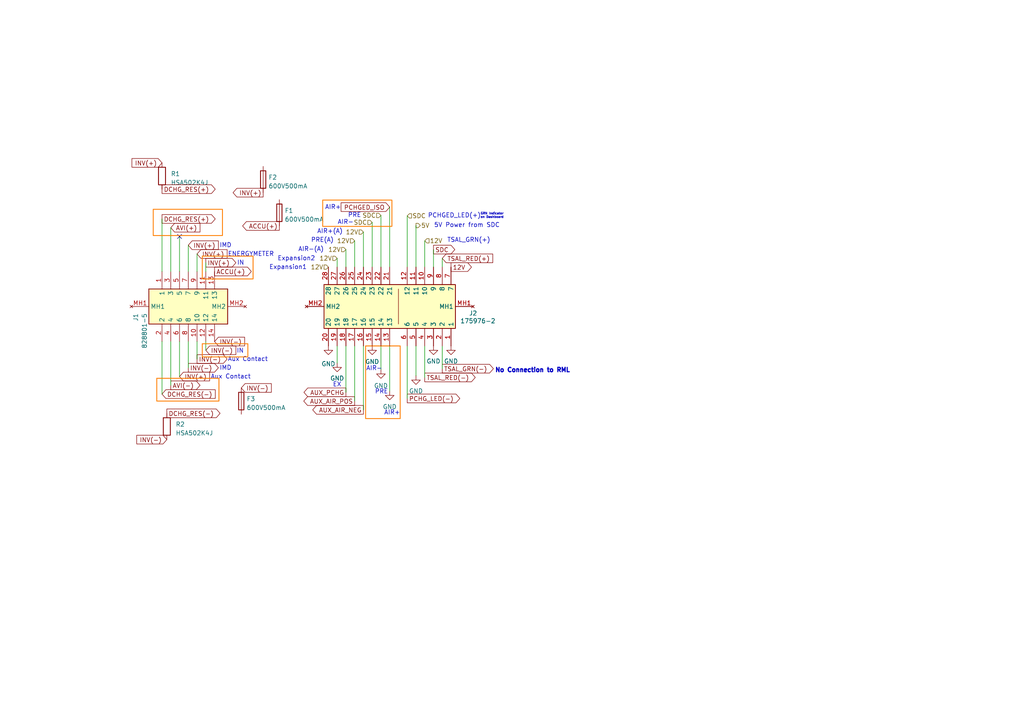
<source format=kicad_sch>
(kicad_sch (version 20230121) (generator eeschema)

  (uuid fa1d6178-f718-4ce0-8dc6-bb804f80091d)

  (paper "A4")

  (lib_symbols
    (symbol "Device:Fuse" (pin_numbers hide) (pin_names (offset 0)) (in_bom yes) (on_board yes)
      (property "Reference" "F" (at 2.032 0 90)
        (effects (font (size 1.27 1.27)))
      )
      (property "Value" "Fuse" (at -1.905 0 90)
        (effects (font (size 1.27 1.27)))
      )
      (property "Footprint" "" (at -1.778 0 90)
        (effects (font (size 1.27 1.27)) hide)
      )
      (property "Datasheet" "~" (at 0 0 0)
        (effects (font (size 1.27 1.27)) hide)
      )
      (property "ki_keywords" "fuse" (at 0 0 0)
        (effects (font (size 1.27 1.27)) hide)
      )
      (property "ki_description" "Fuse" (at 0 0 0)
        (effects (font (size 1.27 1.27)) hide)
      )
      (property "ki_fp_filters" "*Fuse*" (at 0 0 0)
        (effects (font (size 1.27 1.27)) hide)
      )
      (symbol "Fuse_0_1"
        (rectangle (start -0.762 -2.54) (end 0.762 2.54)
          (stroke (width 0.254) (type default))
          (fill (type none))
        )
        (polyline
          (pts
            (xy 0 2.54)
            (xy 0 -2.54)
          )
          (stroke (width 0) (type default))
          (fill (type none))
        )
      )
      (symbol "Fuse_1_1"
        (pin passive line (at 0 3.81 270) (length 1.27)
          (name "~" (effects (font (size 1.27 1.27))))
          (number "1" (effects (font (size 1.27 1.27))))
        )
        (pin passive line (at 0 -3.81 90) (length 1.27)
          (name "~" (effects (font (size 1.27 1.27))))
          (number "2" (effects (font (size 1.27 1.27))))
        )
      )
    )
    (symbol "Device:R" (pin_numbers hide) (pin_names (offset 0)) (in_bom yes) (on_board yes)
      (property "Reference" "R" (at 2.032 0 90)
        (effects (font (size 1.27 1.27)))
      )
      (property "Value" "R" (at 0 0 90)
        (effects (font (size 1.27 1.27)))
      )
      (property "Footprint" "" (at -1.778 0 90)
        (effects (font (size 1.27 1.27)) hide)
      )
      (property "Datasheet" "~" (at 0 0 0)
        (effects (font (size 1.27 1.27)) hide)
      )
      (property "ki_keywords" "R res resistor" (at 0 0 0)
        (effects (font (size 1.27 1.27)) hide)
      )
      (property "ki_description" "Resistor" (at 0 0 0)
        (effects (font (size 1.27 1.27)) hide)
      )
      (property "ki_fp_filters" "R_*" (at 0 0 0)
        (effects (font (size 1.27 1.27)) hide)
      )
      (symbol "R_0_1"
        (rectangle (start -1.016 -2.54) (end 1.016 2.54)
          (stroke (width 0.254) (type default))
          (fill (type none))
        )
      )
      (symbol "R_1_1"
        (pin passive line (at 0 3.81 270) (length 1.27)
          (name "~" (effects (font (size 1.27 1.27))))
          (number "1" (effects (font (size 1.27 1.27))))
        )
        (pin passive line (at 0 -3.81 90) (length 1.27)
          (name "~" (effects (font (size 1.27 1.27))))
          (number "2" (effects (font (size 1.27 1.27))))
        )
      )
    )
    (symbol "KORA:175976-2" (in_bom yes) (on_board yes)
      (property "Reference" "J" (at -36.83 13.97 0)
        (effects (font (size 1.27 1.27)))
      )
      (property "Value" "175976-2" (at -36.83 11.43 0)
        (effects (font (size 1.27 1.27)))
      )
      (property "Footprint" "KORA:28P Connector_175976-2" (at 1.27 -1.27 0)
        (effects (font (size 1.27 1.27)) hide)
      )
      (property "Datasheet" "" (at 1.27 -1.27 0)
        (effects (font (size 1.27 1.27)) hide)
      )
      (symbol "175976-2_0_1"
        (polyline
          (pts
            (xy -5.08 2.54)
            (xy 5.08 2.54)
          )
          (stroke (width 0) (type default))
          (fill (type none))
        )
      )
      (symbol "175976-2_1_1"
        (rectangle (start -6.35 19.05) (end 6.35 -19.05)
          (stroke (width 0.254) (type default))
          (fill (type background))
        )
        (pin passive line (at 11.43 17.78 180) (length 5.08)
          (name "1" (effects (font (size 1.27 1.27))))
          (number "1" (effects (font (size 1.27 1.27))))
        )
        (pin passive line (at -11.43 10.16 0) (length 5.08)
          (name "10" (effects (font (size 1.27 1.27))))
          (number "10" (effects (font (size 1.27 1.27))))
        )
        (pin passive line (at -11.43 7.62 0) (length 5.08)
          (name "11" (effects (font (size 1.27 1.27))))
          (number "11" (effects (font (size 1.27 1.27))))
        )
        (pin passive line (at -11.43 5.08 0) (length 5.08)
          (name "12" (effects (font (size 1.27 1.27))))
          (number "12" (effects (font (size 1.27 1.27))))
        )
        (pin passive line (at 11.43 0 180) (length 5.08)
          (name "13" (effects (font (size 1.27 1.27))))
          (number "13" (effects (font (size 1.27 1.27))))
        )
        (pin passive line (at 11.43 -2.54 180) (length 5.08)
          (name "14" (effects (font (size 1.27 1.27))))
          (number "14" (effects (font (size 1.27 1.27))))
        )
        (pin passive line (at 11.43 -5.08 180) (length 5.08)
          (name "15" (effects (font (size 1.27 1.27))))
          (number "15" (effects (font (size 1.27 1.27))))
        )
        (pin passive line (at 11.43 -7.62 180) (length 5.08)
          (name "16" (effects (font (size 1.27 1.27))))
          (number "16" (effects (font (size 1.27 1.27))))
        )
        (pin passive line (at 11.43 -10.16 180) (length 5.08)
          (name "17" (effects (font (size 1.27 1.27))))
          (number "17" (effects (font (size 1.27 1.27))))
        )
        (pin passive line (at 11.43 -12.7 180) (length 5.08)
          (name "18" (effects (font (size 1.27 1.27))))
          (number "18" (effects (font (size 1.27 1.27))))
        )
        (pin passive line (at 11.43 -15.24 180) (length 5.08)
          (name "19" (effects (font (size 1.27 1.27))))
          (number "19" (effects (font (size 1.27 1.27))))
        )
        (pin passive line (at 11.43 15.24 180) (length 5.08)
          (name "2" (effects (font (size 1.27 1.27))))
          (number "2" (effects (font (size 1.27 1.27))))
        )
        (pin passive line (at 11.43 -17.78 180) (length 5.08)
          (name "20" (effects (font (size 1.27 1.27))))
          (number "20" (effects (font (size 1.27 1.27))))
        )
        (pin passive line (at -11.43 0 0) (length 5.08)
          (name "21" (effects (font (size 1.27 1.27))))
          (number "21" (effects (font (size 1.27 1.27))))
        )
        (pin passive line (at -11.43 -2.54 0) (length 5.08)
          (name "22" (effects (font (size 1.27 1.27))))
          (number "22" (effects (font (size 1.27 1.27))))
        )
        (pin passive line (at -11.43 -5.08 0) (length 5.08)
          (name "23" (effects (font (size 1.27 1.27))))
          (number "23" (effects (font (size 1.27 1.27))))
        )
        (pin passive line (at -11.43 -7.62 0) (length 5.08)
          (name "24" (effects (font (size 1.27 1.27))))
          (number "24" (effects (font (size 1.27 1.27))))
        )
        (pin passive line (at -11.43 -10.16 0) (length 5.08)
          (name "25" (effects (font (size 1.27 1.27))))
          (number "25" (effects (font (size 1.27 1.27))))
        )
        (pin passive line (at -11.43 -12.7 0) (length 5.08)
          (name "26" (effects (font (size 1.27 1.27))))
          (number "26" (effects (font (size 1.27 1.27))))
        )
        (pin passive line (at -11.43 -15.24 0) (length 5.08)
          (name "27" (effects (font (size 1.27 1.27))))
          (number "27" (effects (font (size 1.27 1.27))))
        )
        (pin passive line (at -11.43 -17.78 0) (length 5.08)
          (name "28" (effects (font (size 1.27 1.27))))
          (number "28" (effects (font (size 1.27 1.27))))
        )
        (pin passive line (at 11.43 12.7 180) (length 5.08)
          (name "3" (effects (font (size 1.27 1.27))))
          (number "3" (effects (font (size 1.27 1.27))))
        )
        (pin passive line (at 11.43 10.16 180) (length 5.08)
          (name "4" (effects (font (size 1.27 1.27))))
          (number "4" (effects (font (size 1.27 1.27))))
        )
        (pin passive line (at 11.43 7.62 180) (length 5.08)
          (name "5" (effects (font (size 1.27 1.27))))
          (number "5" (effects (font (size 1.27 1.27))))
        )
        (pin passive line (at 11.43 5.08 180) (length 5.08)
          (name "6" (effects (font (size 1.27 1.27))))
          (number "6" (effects (font (size 1.27 1.27))))
        )
        (pin passive line (at -11.43 17.78 0) (length 5.08)
          (name "7" (effects (font (size 1.27 1.27))))
          (number "7" (effects (font (size 1.27 1.27))))
        )
        (pin passive line (at -11.43 15.24 0) (length 5.08)
          (name "8" (effects (font (size 1.27 1.27))))
          (number "8" (effects (font (size 1.27 1.27))))
        )
        (pin passive line (at -11.43 12.7 0) (length 5.08)
          (name "9" (effects (font (size 1.27 1.27))))
          (number "9" (effects (font (size 1.27 1.27))))
        )
        (pin no_connect line (at 0 24.13 270) (length 5.08)
          (name "MH1" (effects (font (size 1.27 1.27))))
          (number "MH1" (effects (font (size 1.27 1.27))))
        )
        (pin no_connect line (at 0 -24.13 90) (length 5.08)
          (name "MH2" (effects (font (size 1.27 1.27))))
          (number "MH2" (effects (font (size 1.27 1.27))))
        )
      )
    )
    (symbol "KORA:828801-5" (in_bom yes) (on_board yes)
      (property "Reference" "J" (at -17.78 16.51 0)
        (effects (font (size 1.27 1.27)))
      )
      (property "Value" "828801-5" (at -17.78 13.97 0)
        (effects (font (size 1.27 1.27)))
      )
      (property "Footprint" "" (at 0 0 0)
        (effects (font (size 1.27 1.27)) hide)
      )
      (property "Datasheet" "" (at 0 0 0)
        (effects (font (size 1.27 1.27)) hide)
      )
      (symbol "828801-5_1_1"
        (rectangle (start -5.08 11.43) (end 5.08 -11.43)
          (stroke (width 0.254) (type default))
          (fill (type background))
        )
        (pin passive line (at -10.16 7.62 0) (length 5.08)
          (name "1" (effects (font (size 1.27 1.27))))
          (number "1" (effects (font (size 1.27 1.27))))
        )
        (pin passive line (at 10.16 -2.54 180) (length 5.08)
          (name "10" (effects (font (size 1.27 1.27))))
          (number "10" (effects (font (size 1.27 1.27))))
        )
        (pin passive line (at -10.16 -5.08 0) (length 5.08)
          (name "11" (effects (font (size 1.27 1.27))))
          (number "11" (effects (font (size 1.27 1.27))))
        )
        (pin passive line (at 10.16 -5.08 180) (length 5.08)
          (name "12" (effects (font (size 1.27 1.27))))
          (number "12" (effects (font (size 1.27 1.27))))
        )
        (pin passive line (at -10.16 -7.62 0) (length 5.08)
          (name "13" (effects (font (size 1.27 1.27))))
          (number "13" (effects (font (size 1.27 1.27))))
        )
        (pin passive line (at 10.16 -7.62 180) (length 5.08)
          (name "14" (effects (font (size 1.27 1.27))))
          (number "14" (effects (font (size 1.27 1.27))))
        )
        (pin passive line (at 10.16 7.62 180) (length 5.08)
          (name "2" (effects (font (size 1.27 1.27))))
          (number "2" (effects (font (size 1.27 1.27))))
        )
        (pin passive line (at -10.16 5.08 0) (length 5.08)
          (name "3" (effects (font (size 1.27 1.27))))
          (number "3" (effects (font (size 1.27 1.27))))
        )
        (pin passive line (at 10.16 5.08 180) (length 5.08)
          (name "4" (effects (font (size 1.27 1.27))))
          (number "4" (effects (font (size 1.27 1.27))))
        )
        (pin passive line (at -10.16 2.54 0) (length 5.08)
          (name "5" (effects (font (size 1.27 1.27))))
          (number "5" (effects (font (size 1.27 1.27))))
        )
        (pin passive line (at 10.16 2.54 180) (length 5.08)
          (name "6" (effects (font (size 1.27 1.27))))
          (number "6" (effects (font (size 1.27 1.27))))
        )
        (pin passive line (at -10.16 0 0) (length 5.08)
          (name "7" (effects (font (size 1.27 1.27))))
          (number "7" (effects (font (size 1.27 1.27))))
        )
        (pin passive line (at 10.16 0 180) (length 5.08)
          (name "8" (effects (font (size 1.27 1.27))))
          (number "8" (effects (font (size 1.27 1.27))))
        )
        (pin passive line (at -10.16 -2.54 0) (length 5.08)
          (name "9" (effects (font (size 1.27 1.27))))
          (number "9" (effects (font (size 1.27 1.27))))
        )
        (pin no_connect line (at 0 16.51 270) (length 5.08)
          (name "MH1" (effects (font (size 1.27 1.27))))
          (number "MH1" (effects (font (size 1.27 1.27))))
        )
        (pin no_connect line (at 0 -16.51 90) (length 5.08)
          (name "MH2" (effects (font (size 1.27 1.27))))
          (number "MH2" (effects (font (size 1.27 1.27))))
        )
      )
    )
    (symbol "power:GND" (power) (pin_names (offset 0)) (in_bom yes) (on_board yes)
      (property "Reference" "#PWR" (at 0 -6.35 0)
        (effects (font (size 1.27 1.27)) hide)
      )
      (property "Value" "GND" (at 0 -3.81 0)
        (effects (font (size 1.27 1.27)))
      )
      (property "Footprint" "" (at 0 0 0)
        (effects (font (size 1.27 1.27)) hide)
      )
      (property "Datasheet" "" (at 0 0 0)
        (effects (font (size 1.27 1.27)) hide)
      )
      (property "ki_keywords" "power-flag" (at 0 0 0)
        (effects (font (size 1.27 1.27)) hide)
      )
      (property "ki_description" "Power symbol creates a global label with name \"GND\" , ground" (at 0 0 0)
        (effects (font (size 1.27 1.27)) hide)
      )
      (symbol "GND_0_1"
        (polyline
          (pts
            (xy 0 0)
            (xy 0 -1.27)
            (xy 1.27 -1.27)
            (xy 0 -2.54)
            (xy -1.27 -1.27)
            (xy 0 -1.27)
          )
          (stroke (width 0) (type default))
          (fill (type none))
        )
      )
      (symbol "GND_1_1"
        (pin power_in line (at 0 0 270) (length 0) hide
          (name "GND" (effects (font (size 1.27 1.27))))
          (number "1" (effects (font (size 1.27 1.27))))
        )
      )
    )
  )


  (no_connect (at 52.07 68.58) (uuid bbf6e6cc-3651-423a-9c0c-d9e8141d8050))

  (wire (pts (xy 54.61 106.68) (xy 54.61 99.06))
    (stroke (width 0) (type default))
    (uuid 0b4dabce-3c7f-4386-81d8-b8f0736726d2)
  )
  (wire (pts (xy 59.69 76.2) (xy 59.69 78.74))
    (stroke (width 0) (type default))
    (uuid 12678488-c0f2-465b-917b-a4523748104f)
  )
  (wire (pts (xy 57.15 104.14) (xy 57.15 99.06))
    (stroke (width 0) (type default))
    (uuid 1536ee6c-2f8a-4639-926b-ee62c7022b20)
  )
  (wire (pts (xy 100.33 72.39) (xy 100.33 77.47))
    (stroke (width 0) (type default))
    (uuid 181eef52-6c8c-4462-b44a-058235a22087)
  )
  (wire (pts (xy 113.03 60.071) (xy 113.03 77.47))
    (stroke (width 0) (type default))
    (uuid 1cfa20e7-33de-4588-be97-e390acb4cf9e)
  )
  (wire (pts (xy 120.65 65.405) (xy 120.65 77.47))
    (stroke (width 0) (type default))
    (uuid 38838079-4be1-4282-a2dd-f93263f34780)
  )
  (wire (pts (xy 46.99 63.5) (xy 46.99 78.74))
    (stroke (width 0) (type default))
    (uuid 3d0a8ee5-eeca-4763-8990-cbab88b49d22)
  )
  (wire (pts (xy 118.11 115.57) (xy 118.11 100.33))
    (stroke (width 0) (type default))
    (uuid 3e83a31a-7df5-4ba1-beb9-169cd505bae9)
  )
  (wire (pts (xy 105.41 67.31) (xy 105.41 77.47))
    (stroke (width 0) (type default))
    (uuid 4081b198-5174-4eb7-a344-b9870adf7777)
  )
  (wire (pts (xy 46.99 114.3) (xy 46.99 99.06))
    (stroke (width 0) (type default))
    (uuid 4b87e7b1-8ee4-4f14-8524-907782059cae)
  )
  (wire (pts (xy 105.41 118.872) (xy 105.41 100.33))
    (stroke (width 0) (type default))
    (uuid 58c954e1-f757-47ce-a981-1454715da30c)
  )
  (wire (pts (xy 52.07 68.58) (xy 52.07 78.74))
    (stroke (width 0) (type default))
    (uuid 65ecfa7e-2fda-4c74-9dfb-ec53fcd629e1)
  )
  (wire (pts (xy 107.95 64.516) (xy 107.95 77.47))
    (stroke (width 0) (type default))
    (uuid 679683ac-e2e1-4c57-b582-e318a49198e8)
  )
  (wire (pts (xy 100.33 113.792) (xy 100.33 100.33))
    (stroke (width 0) (type default))
    (uuid 79954fd6-8205-4e49-b593-cfd84aba95ec)
  )
  (wire (pts (xy 123.19 69.85) (xy 123.19 77.47))
    (stroke (width 0) (type default))
    (uuid 8ee57537-ee67-4426-b449-52f71e2f8de5)
  )
  (wire (pts (xy 125.73 72.39) (xy 125.73 77.47))
    (stroke (width 0) (type default))
    (uuid 916f3892-c278-403e-a2d7-a373ee1856c2)
  )
  (wire (pts (xy 128.27 74.93) (xy 128.27 77.47))
    (stroke (width 0) (type default))
    (uuid 91d191a6-01b5-4316-b3ba-6c378eb2a7fe)
  )
  (wire (pts (xy 118.11 62.611) (xy 118.11 77.47))
    (stroke (width 0) (type default))
    (uuid 945b32a1-6847-4222-9638-66d86f209f5a)
  )
  (wire (pts (xy 97.79 100.33) (xy 97.79 105.283))
    (stroke (width 0) (type default))
    (uuid 9497f73d-bb71-4ab5-8920-e171d77b8c05)
  )
  (wire (pts (xy 110.49 62.484) (xy 110.49 77.47))
    (stroke (width 0) (type default))
    (uuid 977944cb-14cd-4e1e-8877-d90965c346fa)
  )
  (wire (pts (xy 54.61 71.12) (xy 54.61 78.74))
    (stroke (width 0) (type default))
    (uuid 9bc4085b-aeb6-440a-87f0-92704de80f96)
  )
  (wire (pts (xy 120.65 108.966) (xy 120.65 100.33))
    (stroke (width 0) (type default))
    (uuid a2723117-6f85-45b3-805a-26c4df830022)
  )
  (wire (pts (xy 52.07 109.22) (xy 52.07 99.06))
    (stroke (width 0) (type default))
    (uuid a913720c-8d65-4fd1-93e5-3d15dabeb7d2)
  )
  (wire (pts (xy 110.49 107.188) (xy 110.49 100.33))
    (stroke (width 0) (type default))
    (uuid aa143ffa-691e-4d4f-9a37-beff36a2170d)
  )
  (wire (pts (xy 128.27 106.934) (xy 128.27 100.33))
    (stroke (width 0) (type default))
    (uuid b2702a9e-976f-48e2-83aa-5806a318c115)
  )
  (wire (pts (xy 49.53 66.04) (xy 49.53 78.74))
    (stroke (width 0) (type default))
    (uuid c099ca79-7268-4e4f-8149-79d38ffe690d)
  )
  (wire (pts (xy 49.53 111.76) (xy 49.53 99.06))
    (stroke (width 0) (type default))
    (uuid c0a9a37f-ec99-4037-b3e4-6bf25f036949)
  )
  (wire (pts (xy 102.87 69.85) (xy 102.87 77.47))
    (stroke (width 0) (type default))
    (uuid c2363cb1-b290-4924-b963-3397a2196a2d)
  )
  (wire (pts (xy 97.79 74.93) (xy 97.79 77.47))
    (stroke (width 0) (type default))
    (uuid ca72a63a-c4a2-4ea2-bd2b-ead34f3db687)
  )
  (wire (pts (xy 57.15 73.66) (xy 57.15 78.74))
    (stroke (width 0) (type default))
    (uuid cb607477-2f5b-4680-9753-7da52c14f0f7)
  )
  (wire (pts (xy 59.69 101.6) (xy 59.69 99.06))
    (stroke (width 0) (type default))
    (uuid ef33c16e-2025-45af-aa0f-6f7e0c6760f5)
  )
  (wire (pts (xy 102.87 116.332) (xy 102.87 100.33))
    (stroke (width 0) (type default))
    (uuid f1577942-3123-4fc0-b302-60de1b523185)
  )
  (wire (pts (xy 113.03 100.33) (xy 113.03 113.411))
    (stroke (width 0) (type default))
    (uuid f5662a0f-88fc-4955-9ea8-581d1108666a)
  )
  (wire (pts (xy 123.19 100.33) (xy 123.19 109.474))
    (stroke (width 0) (type default))
    (uuid fdf50bff-e958-4ef0-96b6-7d18ff01438b)
  )

  (rectangle (start 44.45 60.706) (end 64.516 68.326)
    (stroke (width 0.254) (type default) (color 255 125 0 1))
    (fill (type none))
    (uuid 0951be84-b9e7-42d3-ba8d-7842469e3a68)
  )
  (rectangle (start 58.674 99.695) (end 71.882 103.505)
    (stroke (width 0.254) (type default) (color 255 125 0 1))
    (fill (type none))
    (uuid 40ad7617-40bd-457c-9083-4ffda4b161d0)
  )
  (rectangle (start 58.674 74.295) (end 73.406 80.899)
    (stroke (width 0.254) (type default) (color 255 125 0 1))
    (fill (type none))
    (uuid a4ea7e8f-afb5-4516-8792-92695ade64fb)
  )
  (rectangle (start 93.599 58.039) (end 113.665 65.659)
    (stroke (width 0.254) (type default) (color 255 125 0 1))
    (fill (type none))
    (uuid a879f4ef-1078-4482-9833-b008673dac61)
  )
  (rectangle (start 106.045 100.33) (end 116.078 121.412)
    (stroke (width 0.254) (type default) (color 255 125 0 1))
    (fill (type none))
    (uuid a8a59afd-cded-4107-b528-1d249ce7f21a)
  )
  (rectangle (start 45.466 109.728) (end 63.5 116.332)
    (stroke (width 0.254) (type default) (color 255 125 0 1))
    (fill (type none))
    (uuid fa43f7af-425f-42f7-816e-d02230d0efef)
  )

  (text "Expansion2" (at 91.44 75.819 0)
    (effects (font (size 1.27 1.27)) (justify right bottom))
    (uuid 05684913-13e1-4249-b196-22023540825f)
  )
  (text "AIR-" (at 102.616 65.278 0)
    (effects (font (size 1.27 1.27)) (justify right bottom))
    (uuid 1ab10446-becc-4974-88c1-7a0f063aaeb2)
  )
  (text "IN" (at 70.866 77.089 0)
    (effects (font (size 1.27 1.27)) (justify right bottom))
    (uuid 1cb7d6f9-9def-43ba-a66f-1f95852e4804)
  )
  (text "No Connection to RML" (at 143.51 108.2386 0)
    (effects (font (size 1.27 1.27) (thickness 0.508) bold) (justify left bottom))
    (uuid 2b707878-0210-470e-9967-4bfe1dc62750)
  )
  (text "IN" (at 70.739 102.616 0)
    (effects (font (size 1.27 1.27)) (justify right bottom))
    (uuid 4d73f357-fd67-44ed-810c-dda08b62387a)
  )
  (text "PRE" (at 108.712 114.427 0)
    (effects (font (size 1.27 1.27)) (justify left bottom))
    (uuid 51ac95e8-bfd8-4b20-aaef-fb835ea483a9)
  )
  (text "Aux Contact" (at 77.724 105.029 0)
    (effects (font (size 1.27 1.27)) (justify right bottom))
    (uuid 616162ac-2899-4b75-b357-6e2c5aacb5a3)
  )
  (text "GRN Indicator \non Dashboard" (at 139.319 63.5 0)
    (effects (font (size 0.635 0.635)) (justify left bottom))
    (uuid 6332cf40-9ba3-421a-89a3-98079c56f689)
  )
  (text "AIR+" (at 94.234 60.96 0)
    (effects (font (size 1.27 1.27)) (justify left bottom))
    (uuid 6492de65-317c-45db-ab2f-6b4b56317f17)
  )
  (text "PRE" (at 104.775 63.246 0)
    (effects (font (size 1.27 1.27)) (justify right bottom))
    (uuid 66981bd6-4206-4d67-9f5b-3c364e4a0732)
  )
  (text "5V Power from SDC" (at 125.857 66.167 0)
    (effects (font (size 1.27 1.27)) (justify left bottom))
    (uuid 6a27201b-577b-4ba9-84eb-286c6f1c738f)
  )
  (text "AIR+" (at 111.379 120.523 0)
    (effects (font (size 1.27 1.27)) (justify left bottom))
    (uuid 720575e5-b72b-49fd-8220-5ff8fd558151)
  )
  (text "TSAL_GRN(+)" (at 129.667 70.485 0)
    (effects (font (size 1.27 1.27)) (justify left bottom))
    (uuid 786ef01b-61d4-499a-a7c4-8c327a44f9a4)
  )
  (text "PCHGED_LED(+)" (at 124.079 63.373 0)
    (effects (font (size 1.27 1.27)) (justify left bottom))
    (uuid 85247d2d-2f32-4706-94be-07c0f5c52c64)
  )
  (text "PRE(A)" (at 90.17 70.485 0)
    (effects (font (size 1.27 1.27)) (justify left bottom))
    (uuid c433313b-4c41-4f3c-89fb-36224deaccdc)
  )
  (text "EX" (at 99.06 112.395 0)
    (effects (font (size 1.27 1.27)) (justify right bottom))
    (uuid d0a294d5-a113-4fef-be12-7c0e4742c5b1)
  )
  (text "Expansion1" (at 89.027 78.359 0)
    (effects (font (size 1.27 1.27)) (justify right bottom))
    (uuid d2b9c26d-daf7-4e03-bba6-256834154f10)
  )
  (text "IMD" (at 67.183 72.009 0)
    (effects (font (size 1.27 1.27)) (justify right bottom))
    (uuid d68208b2-0bc1-4517-ac8c-ab6e73adfd54)
  )
  (text "AIR-" (at 106.172 107.696 0)
    (effects (font (size 1.27 1.27)) (justify left bottom))
    (uuid dc5de6b8-f676-428b-a558-c165c7cdb752)
  )
  (text "AIR+(A)" (at 91.948 67.945 0)
    (effects (font (size 1.27 1.27)) (justify left bottom))
    (uuid e505741f-639b-43b3-b55f-7b6031f337a0)
  )
  (text "Aux Contact" (at 72.771 110.109 0)
    (effects (font (size 1.27 1.27)) (justify right bottom))
    (uuid e74f2038-ec01-4eba-9e39-432e14e65eb8)
  )
  (text "ENERGYMETER" (at 79.502 74.549 0)
    (effects (font (size 1.27 1.27)) (justify right bottom))
    (uuid eaf553a3-83c6-4a98-8d44-ab4f730bdbb5)
  )
  (text "IMD" (at 67.183 107.569 0)
    (effects (font (size 1.27 1.27)) (justify right bottom))
    (uuid f430105f-852c-4ab6-88b2-e536a4d2e3d0)
  )
  (text "AIR-(A)" (at 93.98 73.152 0)
    (effects (font (size 1.27 1.27)) (justify right bottom))
    (uuid fa34d16d-62d3-4df1-9a2f-08f59d4e0c0d)
  )

  (global_label "AUX_PCHG" (shape output) (at 100.33 113.792 180) (fields_autoplaced)
    (effects (font (size 1.27 1.27)) (justify right))
    (uuid 03e2e48a-5015-400a-a294-f5cf02fdbe0c)
    (property "Intersheetrefs" "${INTERSHEET_REFS}" (at 87.6875 113.792 0)
      (effects (font (size 1.27 1.27)) (justify right) hide)
    )
  )
  (global_label "AUX_AIR_POS" (shape output) (at 102.87 116.332 180) (fields_autoplaced)
    (effects (font (size 1.27 1.27)) (justify right))
    (uuid 0c5cd33e-0a64-4e1b-a3cd-1eb54bada247)
    (property "Intersheetrefs" "${INTERSHEET_REFS}" (at 87.627 116.332 0)
      (effects (font (size 1.27 1.27)) (justify right) hide)
    )
  )
  (global_label "INV(-)" (shape input) (at 69.977 112.522 0) (fields_autoplaced)
    (effects (font (size 1.27 1.27)) (justify left))
    (uuid 11135780-1c92-46be-9239-005c0499a421)
    (property "Intersheetrefs" "${INTERSHEET_REFS}" (at 79.1725 112.522 0)
      (effects (font (size 1.27 1.27)) (justify left) hide)
    )
  )
  (global_label "INV(+)" (shape output) (at 76.327 55.88 180) (fields_autoplaced)
    (effects (font (size 1.27 1.27)) (justify right))
    (uuid 164adb3a-0380-49c3-9299-9959e3ea79e2)
    (property "Intersheetrefs" "${INTERSHEET_REFS}" (at 67.1315 55.88 0)
      (effects (font (size 1.27 1.27)) (justify right) hide)
    )
  )
  (global_label "DCHG_RES(+)" (shape output) (at 46.99 63.5 0) (fields_autoplaced)
    (effects (font (size 1.27 1.27)) (justify left))
    (uuid 16db9a19-0b97-4ab7-8d22-43213f07c26a)
    (property "Intersheetrefs" "${INTERSHEET_REFS}" (at 62.8982 63.5 0)
      (effects (font (size 1.27 1.27)) (justify left) hide)
    )
  )
  (global_label "TSAL_RED(-)" (shape output) (at 123.19 109.474 0) (fields_autoplaced)
    (effects (font (size 1.27 1.27)) (justify left))
    (uuid 1fd15435-7dd0-4fde-8ddf-f5f53c0b9d8b)
    (property "Intersheetrefs" "${INTERSHEET_REFS}" (at 138.312 109.474 0)
      (effects (font (size 1.27 1.27)) (justify left) hide)
    )
  )
  (global_label "TSAL_RED(+)" (shape input) (at 128.27 74.93 0) (fields_autoplaced)
    (effects (font (size 1.27 1.27)) (justify left))
    (uuid 1fdcb54f-f43c-45e4-a2d2-3bf5d6935932)
    (property "Intersheetrefs" "${INTERSHEET_REFS}" (at 143.392 74.93 0)
      (effects (font (size 1.27 1.27)) (justify left) hide)
    )
  )
  (global_label "INV(-)" (shape output) (at 54.61 106.68 0) (fields_autoplaced)
    (effects (font (size 1.27 1.27)) (justify left))
    (uuid 2857f093-f773-418c-a57a-f66819a4b833)
    (property "Intersheetrefs" "${INTERSHEET_REFS}" (at 63.8055 106.68 0)
      (effects (font (size 1.27 1.27)) (justify left) hide)
    )
  )
  (global_label "INV(+)" (shape input) (at 46.99 47.244 180) (fields_autoplaced)
    (effects (font (size 1.27 1.27)) (justify right))
    (uuid 46fdd2a9-67f6-4f74-95ab-1c3499e14ae5)
    (property "Intersheetrefs" "${INTERSHEET_REFS}" (at 37.7945 47.244 0)
      (effects (font (size 1.27 1.27)) (justify right) hide)
    )
  )
  (global_label "INV(-)" (shape input) (at 59.69 101.6 0) (fields_autoplaced)
    (effects (font (size 1.27 1.27)) (justify left))
    (uuid 4ad6ea07-a15c-45ce-b732-7a166c2a0028)
    (property "Intersheetrefs" "${INTERSHEET_REFS}" (at 68.8855 101.6 0)
      (effects (font (size 1.27 1.27)) (justify left) hide)
    )
  )
  (global_label "INV(-)" (shape input) (at 62.23 99.06 0) (fields_autoplaced)
    (effects (font (size 1.27 1.27)) (justify left))
    (uuid 4e58be18-686b-4f8a-9a26-2c3e92f6d516)
    (property "Intersheetrefs" "${INTERSHEET_REFS}" (at 71.4255 99.06 0)
      (effects (font (size 1.27 1.27)) (justify left) hide)
    )
  )
  (global_label "PCHG_LED(-)" (shape output) (at 118.11 115.57 0) (fields_autoplaced)
    (effects (font (size 1.27 1.27)) (justify left))
    (uuid 729c0377-245b-4e04-9a6b-203676e73b84)
    (property "Intersheetrefs" "${INTERSHEET_REFS}" (at 133.8368 115.57 0)
      (effects (font (size 1.27 1.27)) (justify left) hide)
    )
  )
  (global_label "DCHG_RES(-)" (shape output) (at 48.387 119.888 0) (fields_autoplaced)
    (effects (font (size 1.27 1.27)) (justify left))
    (uuid 74195da0-aba0-489c-b651-cc2650087398)
    (property "Intersheetrefs" "${INTERSHEET_REFS}" (at 64.2952 119.888 0)
      (effects (font (size 1.27 1.27)) (justify left) hide)
    )
  )
  (global_label "AUX_AIR_NEG" (shape output) (at 105.41 118.872 180) (fields_autoplaced)
    (effects (font (size 1.27 1.27)) (justify right))
    (uuid 7a384c29-bba6-4cc5-92da-4a29fee711f6)
    (property "Intersheetrefs" "${INTERSHEET_REFS}" (at 90.2275 118.872 0)
      (effects (font (size 1.27 1.27)) (justify right) hide)
    )
  )
  (global_label "PCHGED_ISO" (shape input) (at 113.03 60.071 180) (fields_autoplaced)
    (effects (font (size 1.27 1.27)) (justify right))
    (uuid 83eb4f64-d14b-431b-898d-063e60264d70)
    (property "Intersheetrefs" "${INTERSHEET_REFS}" (at 98.4523 60.071 0)
      (effects (font (size 1.27 1.27)) (justify right) hide)
    )
  )
  (global_label "DCHG_RES(+)" (shape output) (at 46.99 54.864 0) (fields_autoplaced)
    (effects (font (size 1.27 1.27)) (justify left))
    (uuid 8e019f0d-bbe8-4313-8340-a804a569fb40)
    (property "Intersheetrefs" "${INTERSHEET_REFS}" (at 62.8982 54.864 0)
      (effects (font (size 1.27 1.27)) (justify left) hide)
    )
  )
  (global_label "INV(-)" (shape input) (at 48.387 127.508 180) (fields_autoplaced)
    (effects (font (size 1.27 1.27)) (justify right))
    (uuid 93757eb3-8f81-4168-b09f-f0bbb6aed950)
    (property "Intersheetrefs" "${INTERSHEET_REFS}" (at 39.1915 127.508 0)
      (effects (font (size 1.27 1.27)) (justify right) hide)
    )
  )
  (global_label "INV(+)" (shape input) (at 54.61 71.12 0) (fields_autoplaced)
    (effects (font (size 1.27 1.27)) (justify left))
    (uuid 9955e5ff-15b2-4c89-89cd-78990f738efb)
    (property "Intersheetrefs" "${INTERSHEET_REFS}" (at 63.8055 71.12 0)
      (effects (font (size 1.27 1.27)) (justify left) hide)
    )
  )
  (global_label "ACCU(+)" (shape output) (at 62.23 78.74 0) (fields_autoplaced)
    (effects (font (size 1.27 1.27)) (justify left))
    (uuid 9d94f280-fd92-438f-9ee4-8d8802bd2753)
    (property "Intersheetrefs" "${INTERSHEET_REFS}" (at 73.3607 78.74 0)
      (effects (font (size 1.27 1.27)) (justify left) hide)
    )
  )
  (global_label "AVI(-)" (shape output) (at 49.53 111.76 0) (fields_autoplaced)
    (effects (font (size 1.27 1.27)) (justify left))
    (uuid acdde9d2-291c-4c47-b485-0332a806643b)
    (property "Intersheetrefs" "${INTERSHEET_REFS}" (at 58.4836 111.76 0)
      (effects (font (size 1.27 1.27)) (justify left) hide)
    )
  )
  (global_label "12V" (shape output) (at 130.81 77.47 0) (fields_autoplaced)
    (effects (font (size 1.27 1.27)) (justify left))
    (uuid b479b77d-165a-4450-b1da-a56a0616eb8f)
    (property "Intersheetrefs" "${INTERSHEET_REFS}" (at 137.2234 77.47 0)
      (effects (font (size 1.27 1.27)) (justify left) hide)
    )
  )
  (global_label "TSAL_GRN(-)" (shape output) (at 128.27 106.934 0) (fields_autoplaced)
    (effects (font (size 1.27 1.27)) (justify left))
    (uuid b99ecf65-0049-4215-a735-866b0fe9d58b)
    (property "Intersheetrefs" "${INTERSHEET_REFS}" (at 143.5735 106.934 0)
      (effects (font (size 1.27 1.27)) (justify left) hide)
    )
  )
  (global_label "INV(+)" (shape input) (at 52.07 109.22 0) (fields_autoplaced)
    (effects (font (size 1.27 1.27)) (justify left))
    (uuid ce0a2086-bc68-4e9e-8bd5-8046b3014136)
    (property "Intersheetrefs" "${INTERSHEET_REFS}" (at 61.2655 109.22 0)
      (effects (font (size 1.27 1.27)) (justify left) hide)
    )
  )
  (global_label "DCHG_RES(-)" (shape input) (at 46.99 114.3 0) (fields_autoplaced)
    (effects (font (size 1.27 1.27)) (justify left))
    (uuid d6c3bc1d-2ddb-4c79-a796-1df483a4ad34)
    (property "Intersheetrefs" "${INTERSHEET_REFS}" (at 62.8982 114.3 0)
      (effects (font (size 1.27 1.27)) (justify left) hide)
    )
  )
  (global_label "INV(+)" (shape output) (at 59.69 76.2 0) (fields_autoplaced)
    (effects (font (size 1.27 1.27)) (justify left))
    (uuid dc4ca817-cda2-4c3a-b5dc-f73184e318fe)
    (property "Intersheetrefs" "${INTERSHEET_REFS}" (at 68.8855 76.2 0)
      (effects (font (size 1.27 1.27)) (justify left) hide)
    )
  )
  (global_label "SDC" (shape output) (at 125.73 72.39 0) (fields_autoplaced)
    (effects (font (size 1.27 1.27)) (justify left))
    (uuid df7e3d5b-bdd0-470f-91b3-7013d73fe4be)
    (property "Intersheetrefs" "${INTERSHEET_REFS}" (at 132.3853 72.39 0)
      (effects (font (size 1.27 1.27)) (justify left) hide)
    )
  )
  (global_label "AVI(+)" (shape input) (at 49.53 66.04 0) (fields_autoplaced)
    (effects (font (size 1.27 1.27)) (justify left))
    (uuid e985a184-d768-4f39-ab1c-341d483ca35f)
    (property "Intersheetrefs" "${INTERSHEET_REFS}" (at 58.4836 66.04 0)
      (effects (font (size 1.27 1.27)) (justify left) hide)
    )
  )
  (global_label "INV(-)" (shape output) (at 57.15 104.14 0) (fields_autoplaced)
    (effects (font (size 1.27 1.27)) (justify left))
    (uuid ef1ebee1-d26c-4679-8c1a-be019e677d1c)
    (property "Intersheetrefs" "${INTERSHEET_REFS}" (at 66.3455 104.14 0)
      (effects (font (size 1.27 1.27)) (justify left) hide)
    )
  )
  (global_label "ACCU(+)" (shape output) (at 81.026 65.532 180) (fields_autoplaced)
    (effects (font (size 1.27 1.27)) (justify right))
    (uuid f29cf02b-ed3d-426f-9264-56657f236c71)
    (property "Intersheetrefs" "${INTERSHEET_REFS}" (at 69.8953 65.532 0)
      (effects (font (size 1.27 1.27)) (justify right) hide)
    )
  )
  (global_label "INV(+)" (shape input) (at 57.15 73.66 0) (fields_autoplaced)
    (effects (font (size 1.27 1.27)) (justify left))
    (uuid f5c6e022-d99e-44f3-8014-8b9b5430c4f4)
    (property "Intersheetrefs" "${INTERSHEET_REFS}" (at 66.3455 73.66 0)
      (effects (font (size 1.27 1.27)) (justify left) hide)
    )
  )

  (hierarchical_label "12V" (shape input) (at 123.19 69.85 0) (fields_autoplaced)
    (effects (font (size 1.27 1.27)) (justify left))
    (uuid 0655bcf1-08ae-4f3e-838b-301605d6ea72)
  )
  (hierarchical_label "5V" (shape output) (at 120.65 65.405 0) (fields_autoplaced)
    (effects (font (size 1.27 1.27)) (justify left))
    (uuid 127eea90-defb-4b24-b13b-0f0b00fbc38a)
  )
  (hierarchical_label "12V" (shape input) (at 102.87 69.85 180) (fields_autoplaced)
    (effects (font (size 1.27 1.27)) (justify right))
    (uuid 16f414a6-e7c5-44da-9bd6-244dce76670e)
  )
  (hierarchical_label "SDC" (shape input) (at 110.49 62.484 180) (fields_autoplaced)
    (effects (font (size 1.27 1.27)) (justify right))
    (uuid 3c2a7cff-1e5c-440c-89c2-ac3f284cc104)
  )
  (hierarchical_label "SDC" (shape input) (at 107.95 64.516 180) (fields_autoplaced)
    (effects (font (size 1.27 1.27)) (justify right))
    (uuid 4bc32613-2549-42af-b7a0-c6bc6003fa0b)
  )
  (hierarchical_label "SDC" (shape input) (at 118.11 62.611 0) (fields_autoplaced)
    (effects (font (size 1.27 1.27)) (justify left))
    (uuid 52bcfa73-30dc-48f8-acd8-f3cc33e44291)
  )
  (hierarchical_label "12V" (shape input) (at 100.33 72.39 180) (fields_autoplaced)
    (effects (font (size 1.27 1.27)) (justify right))
    (uuid 5e378e50-6617-4f00-b3e0-662544e772dd)
  )
  (hierarchical_label "12V" (shape input) (at 97.79 74.93 180) (fields_autoplaced)
    (effects (font (size 1.27 1.27)) (justify right))
    (uuid 8ea8a6fc-f04b-40b9-a662-08ad384d6d3c)
  )
  (hierarchical_label "12V" (shape input) (at 105.41 67.31 180) (fields_autoplaced)
    (effects (font (size 1.27 1.27)) (justify right))
    (uuid ab0e5c34-97a3-46ae-b863-735be8ebd7a6)
  )
  (hierarchical_label "12V" (shape input) (at 95.25 77.47 180) (fields_autoplaced)
    (effects (font (size 1.27 1.27)) (justify right))
    (uuid b2f4cd73-ef3e-493c-acb1-b2cb0590cb44)
  )

  (symbol (lib_id "Device:R") (at 48.387 123.698 0) (unit 1)
    (in_bom yes) (on_board yes) (dnp no) (fields_autoplaced)
    (uuid 0e54d45c-381d-4be4-a2a9-4a9bcae98e20)
    (property "Reference" "R2" (at 50.927 123.063 0)
      (effects (font (size 1.27 1.27)) (justify left))
    )
    (property "Value" "HSA502K4J" (at 50.927 125.603 0)
      (effects (font (size 1.27 1.27)) (justify left))
    )
    (property "Footprint" "" (at 46.609 123.698 90)
      (effects (font (size 1.27 1.27)) hide)
    )
    (property "Datasheet" "~" (at 48.387 123.698 0)
      (effects (font (size 1.27 1.27)) hide)
    )
    (pin "1" (uuid 0f7fe94c-614d-4f74-a253-215757a7484d))
    (pin "2" (uuid 47ef1e4b-0c93-4308-8b62-5bf74debe2a9))
    (instances
      (project "Components"
        (path "/fa1d6178-f718-4ce0-8dc6-bb804f80091d"
          (reference "R2") (unit 1)
        )
      )
    )
  )

  (symbol (lib_id "power:GND") (at 130.81 100.33 0) (mirror y) (unit 1)
    (in_bom yes) (on_board yes) (dnp no)
    (uuid 2adc8fb2-4328-44ec-91b9-e30d36b23031)
    (property "Reference" "#PWR?" (at 130.81 106.68 0)
      (effects (font (size 1.27 1.27)) hide)
    )
    (property "Value" "GND" (at 130.81 104.7734 0)
      (effects (font (size 1.27 1.27)))
    )
    (property "Footprint" "" (at 130.81 100.33 0)
      (effects (font (size 1.27 1.27)) hide)
    )
    (property "Datasheet" "" (at 130.81 100.33 0)
      (effects (font (size 1.27 1.27)) hide)
    )
    (pin "1" (uuid cfba17a7-58ab-47dc-a972-57b012624aed))
    (instances
      (project "KEF-24 Revision"
        (path "/34a0fe0d-67ef-4fbd-8fcf-9fef14ff812a"
          (reference "#PWR?") (unit 1)
        )
      )
      (project "Battery Box Circuit2"
        (path "/755fa566-54b3-4cf3-a7e0-7ab9c2714066"
          (reference "#PWR?") (unit 1)
        )
      )
      (project "#F-25 AC Circuit Rev01"
        (path "/8248f393-097b-4dde-8f09-7e7409b98981"
          (reference "#PWR09") (unit 1)
        )
      )
      (project "Components"
        (path "/fa1d6178-f718-4ce0-8dc6-bb804f80091d"
          (reference "#PWR08") (unit 1)
        )
      )
    )
  )

  (symbol (lib_id "power:GND") (at 125.73 100.33 0) (mirror y) (unit 1)
    (in_bom yes) (on_board yes) (dnp no)
    (uuid 3d7f1439-7f54-4a71-8273-94bd33c03355)
    (property "Reference" "#PWR?" (at 125.73 106.68 0)
      (effects (font (size 1.27 1.27)) hide)
    )
    (property "Value" "GND" (at 125.73 104.7734 0)
      (effects (font (size 1.27 1.27)))
    )
    (property "Footprint" "" (at 125.73 100.33 0)
      (effects (font (size 1.27 1.27)) hide)
    )
    (property "Datasheet" "" (at 125.73 100.33 0)
      (effects (font (size 1.27 1.27)) hide)
    )
    (pin "1" (uuid be71ba84-d1c4-4239-9f8d-cbe6ae24f7e1))
    (instances
      (project "KEF-24 Revision"
        (path "/34a0fe0d-67ef-4fbd-8fcf-9fef14ff812a"
          (reference "#PWR?") (unit 1)
        )
      )
      (project "Battery Box Circuit2"
        (path "/755fa566-54b3-4cf3-a7e0-7ab9c2714066"
          (reference "#PWR?") (unit 1)
        )
      )
      (project "#F-25 AC Circuit Rev01"
        (path "/8248f393-097b-4dde-8f09-7e7409b98981"
          (reference "#PWR010") (unit 1)
        )
      )
      (project "Components"
        (path "/fa1d6178-f718-4ce0-8dc6-bb804f80091d"
          (reference "#PWR07") (unit 1)
        )
      )
    )
  )

  (symbol (lib_id "power:GND") (at 107.95 100.33 0) (unit 1)
    (in_bom yes) (on_board yes) (dnp no) (fields_autoplaced)
    (uuid 539170e4-ff21-4c91-8715-e89399a886ae)
    (property "Reference" "#PWR?" (at 107.95 106.68 0)
      (effects (font (size 1.27 1.27)) hide)
    )
    (property "Value" "GND" (at 107.95 104.902 0)
      (effects (font (size 1.27 1.27)))
    )
    (property "Footprint" "" (at 107.95 100.33 0)
      (effects (font (size 1.27 1.27)) hide)
    )
    (property "Datasheet" "" (at 107.95 100.33 0)
      (effects (font (size 1.27 1.27)) hide)
    )
    (pin "1" (uuid 2040effa-b9c4-49c4-90bb-cd9c5e8fa10a))
    (instances
      (project "KEF-24 Revision"
        (path "/34a0fe0d-67ef-4fbd-8fcf-9fef14ff812a"
          (reference "#PWR?") (unit 1)
        )
      )
      (project "Battery Box Circuit2"
        (path "/755fa566-54b3-4cf3-a7e0-7ab9c2714066"
          (reference "#PWR?") (unit 1)
        )
      )
      (project "#F-25 AC Circuit Rev01"
        (path "/8248f393-097b-4dde-8f09-7e7409b98981"
          (reference "#PWR04") (unit 1)
        )
      )
      (project "Components"
        (path "/fa1d6178-f718-4ce0-8dc6-bb804f80091d"
          (reference "#PWR03") (unit 1)
        )
      )
    )
  )

  (symbol (lib_id "KORA:175976-2") (at 113.03 88.9 270) (unit 1)
    (in_bom yes) (on_board yes) (dnp no)
    (uuid 553d3fbf-c1a8-41a8-b2ab-04bc86d2dd41)
    (property "Reference" "J?" (at 136.017 90.8559 90)
      (effects (font (size 1.27 1.27)) (justify left))
    )
    (property "Value" "175976-2" (at 133.477 93.091 90)
      (effects (font (size 1.27 1.27)) (justify left))
    )
    (property "Footprint" "KORA:28P Connector_1759762" (at 111.76 90.17 0)
      (effects (font (size 1.27 1.27)) hide)
    )
    (property "Datasheet" "" (at 111.76 90.17 0)
      (effects (font (size 1.27 1.27)) hide)
    )
    (pin "1" (uuid dfdff0b5-c736-4c58-a666-e6d3bbd785e3))
    (pin "10" (uuid e3efa16e-526a-4376-bd48-a6056c19bf55))
    (pin "11" (uuid 28a84c73-f58b-41dd-9396-6cb931412419))
    (pin "12" (uuid c8fcf24d-47ec-402a-a9d3-a6b3154c45c6))
    (pin "13" (uuid 5c924d90-715b-4a20-ac41-59faa1d4be4c))
    (pin "14" (uuid 493b5408-a3fc-4b16-8802-0ec6917044c6))
    (pin "15" (uuid 59d911f7-deff-4fca-90b8-68943f9f5a17))
    (pin "16" (uuid 1c31a722-5f0f-4516-9679-d3380aebde4e))
    (pin "17" (uuid 4c5ac164-227c-4ba1-9db5-f90fb254a46b))
    (pin "18" (uuid 3f0565b4-bf29-4f44-8f30-6e550705335e))
    (pin "19" (uuid 1956be7d-15c5-4645-abd5-f16e1ca3ef51))
    (pin "2" (uuid c12cf934-8943-45df-b541-53c803f3243d))
    (pin "20" (uuid 2c337379-9233-4473-9f97-62e9e5f348ef))
    (pin "21" (uuid c55d2bcb-649a-4c1a-98c9-7397ed08c8c9))
    (pin "22" (uuid f66417f7-5333-4b32-9e20-307f751ee34e))
    (pin "23" (uuid 45887662-33d5-491f-b593-919243a78831))
    (pin "24" (uuid c27f65cb-e3e0-4a47-b2f9-4834a9dda05d))
    (pin "25" (uuid f956f7f9-14f7-48bc-9a5d-732c63c4af01))
    (pin "26" (uuid 877570a7-463e-4772-a539-42914a5491f6))
    (pin "27" (uuid 3d2ef8b3-2559-4743-b953-3acf1adb5757))
    (pin "28" (uuid 0004b6f4-343e-4e4c-b61c-d2cf3e6b3178))
    (pin "3" (uuid d816af79-331c-4e51-927a-8c4032ee62d1))
    (pin "4" (uuid 0182c508-f525-4f6e-a3ef-7abe2edf6ad0))
    (pin "5" (uuid 35c070b5-b690-495c-8bd2-8c33837e07a9))
    (pin "6" (uuid 81c3c9bc-76bf-4bfc-861a-40003af921f3))
    (pin "7" (uuid 609fc13e-affa-4050-b5cf-c6ada1e39279))
    (pin "8" (uuid 253308a9-efba-4cbd-bc7d-ca6b4e415782))
    (pin "9" (uuid ef5bad5d-40c0-4460-8682-3f24ff3d957d))
    (pin "MH1" (uuid 9d44554b-e1d3-478b-a01a-faabcf948109))
    (pin "MH2" (uuid 23b97193-245e-4a7d-9019-d4438da5e826))
    (instances
      (project "KEF-24 Revision"
        (path "/34a0fe0d-67ef-4fbd-8fcf-9fef14ff812a"
          (reference "J?") (unit 1)
        )
      )
      (project "#F-25 AC Circuit Rev01"
        (path "/8248f393-097b-4dde-8f09-7e7409b98981"
          (reference "J2") (unit 1)
        )
      )
      (project "Components"
        (path "/fa1d6178-f718-4ce0-8dc6-bb804f80091d"
          (reference "J2") (unit 1)
        )
      )
    )
  )

  (symbol (lib_id "power:GND") (at 120.65 108.966 0) (mirror y) (unit 1)
    (in_bom yes) (on_board yes) (dnp no)
    (uuid 790fce1e-52a0-429c-b020-8d95c209bb4d)
    (property "Reference" "#PWR?" (at 120.65 115.316 0)
      (effects (font (size 1.27 1.27)) hide)
    )
    (property "Value" "GND" (at 120.65 113.4094 0)
      (effects (font (size 1.27 1.27)))
    )
    (property "Footprint" "" (at 120.65 108.966 0)
      (effects (font (size 1.27 1.27)) hide)
    )
    (property "Datasheet" "" (at 120.65 108.966 0)
      (effects (font (size 1.27 1.27)) hide)
    )
    (pin "1" (uuid c1fd6b30-910c-44d1-b3a2-3bc910252389))
    (instances
      (project "KEF-24 Revision"
        (path "/34a0fe0d-67ef-4fbd-8fcf-9fef14ff812a"
          (reference "#PWR?") (unit 1)
        )
      )
      (project "Battery Box Circuit2"
        (path "/755fa566-54b3-4cf3-a7e0-7ab9c2714066"
          (reference "#PWR?") (unit 1)
        )
      )
      (project "#F-25 AC Circuit Rev01"
        (path "/8248f393-097b-4dde-8f09-7e7409b98981"
          (reference "#PWR08") (unit 1)
        )
      )
      (project "Components"
        (path "/fa1d6178-f718-4ce0-8dc6-bb804f80091d"
          (reference "#PWR06") (unit 1)
        )
      )
    )
  )

  (symbol (lib_id "Device:Fuse") (at 81.026 61.722 0) (unit 1)
    (in_bom yes) (on_board yes) (dnp no) (fields_autoplaced)
    (uuid 79b3c589-3235-47e0-94b3-6445ed2702f8)
    (property "Reference" "F1" (at 82.55 61.087 0)
      (effects (font (size 1.27 1.27)) (justify left))
    )
    (property "Value" "600V500mA" (at 82.55 63.627 0)
      (effects (font (size 1.27 1.27)) (justify left))
    )
    (property "Footprint" "" (at 79.248 61.722 90)
      (effects (font (size 1.27 1.27)) hide)
    )
    (property "Datasheet" "~" (at 81.026 61.722 0)
      (effects (font (size 1.27 1.27)) hide)
    )
    (pin "1" (uuid e0797b7d-fc07-4cef-8571-0621774ccc2d))
    (pin "2" (uuid d325a1f9-b243-4cb1-be03-fd4a814f983d))
    (instances
      (project "Components"
        (path "/fa1d6178-f718-4ce0-8dc6-bb804f80091d"
          (reference "F1") (unit 1)
        )
      )
    )
  )

  (symbol (lib_id "Device:R") (at 46.99 51.054 0) (unit 1)
    (in_bom yes) (on_board yes) (dnp no) (fields_autoplaced)
    (uuid 9b36f6d1-c80c-42ec-b4a1-ee02511ed889)
    (property "Reference" "R1" (at 49.53 50.419 0)
      (effects (font (size 1.27 1.27)) (justify left))
    )
    (property "Value" "HSA502K4J" (at 49.53 52.959 0)
      (effects (font (size 1.27 1.27)) (justify left))
    )
    (property "Footprint" "" (at 45.212 51.054 90)
      (effects (font (size 1.27 1.27)) hide)
    )
    (property "Datasheet" "~" (at 46.99 51.054 0)
      (effects (font (size 1.27 1.27)) hide)
    )
    (pin "1" (uuid 719acedb-dba4-486b-b370-57226edc8c7f))
    (pin "2" (uuid d5e217a4-9608-44c5-8a8b-8ec283f95874))
    (instances
      (project "Components"
        (path "/fa1d6178-f718-4ce0-8dc6-bb804f80091d"
          (reference "R1") (unit 1)
        )
      )
    )
  )

  (symbol (lib_id "power:GND") (at 97.79 105.283 0) (mirror y) (unit 1)
    (in_bom yes) (on_board yes) (dnp no)
    (uuid a0b79ad2-9491-46fb-85ab-c6a7cea313f0)
    (property "Reference" "#PWR?" (at 97.79 111.633 0)
      (effects (font (size 1.27 1.27)) hide)
    )
    (property "Value" "GND" (at 97.79 109.7264 0)
      (effects (font (size 1.27 1.27)))
    )
    (property "Footprint" "" (at 97.79 105.283 0)
      (effects (font (size 1.27 1.27)) hide)
    )
    (property "Datasheet" "" (at 97.79 105.283 0)
      (effects (font (size 1.27 1.27)) hide)
    )
    (pin "1" (uuid 1d0abd1a-a4e3-484e-9a20-3f92ebea1779))
    (instances
      (project "KEF-24 Revision"
        (path "/34a0fe0d-67ef-4fbd-8fcf-9fef14ff812a"
          (reference "#PWR?") (unit 1)
        )
      )
      (project "Battery Box Circuit2"
        (path "/755fa566-54b3-4cf3-a7e0-7ab9c2714066"
          (reference "#PWR?") (unit 1)
        )
      )
      (project "#F-25 AC Circuit Rev01"
        (path "/8248f393-097b-4dde-8f09-7e7409b98981"
          (reference "#PWR03") (unit 1)
        )
      )
      (project "Components"
        (path "/fa1d6178-f718-4ce0-8dc6-bb804f80091d"
          (reference "#PWR02") (unit 1)
        )
      )
    )
  )

  (symbol (lib_id "power:GND") (at 110.49 107.188 0) (mirror y) (unit 1)
    (in_bom yes) (on_board yes) (dnp no) (fields_autoplaced)
    (uuid a3f45797-d4ae-4758-ba3b-486c243a4ad1)
    (property "Reference" "#PWR?" (at 110.49 113.538 0)
      (effects (font (size 1.27 1.27)) hide)
    )
    (property "Value" "GND" (at 110.49 111.887 0)
      (effects (font (size 1.27 1.27)))
    )
    (property "Footprint" "" (at 110.49 107.188 0)
      (effects (font (size 1.27 1.27)) hide)
    )
    (property "Datasheet" "" (at 110.49 107.188 0)
      (effects (font (size 1.27 1.27)) hide)
    )
    (pin "1" (uuid d0b1d8f0-9d59-4ca3-8e4d-9147c5a9f5c2))
    (instances
      (project "KEF-24 Revision"
        (path "/34a0fe0d-67ef-4fbd-8fcf-9fef14ff812a"
          (reference "#PWR?") (unit 1)
        )
      )
      (project "Battery Box Circuit2"
        (path "/755fa566-54b3-4cf3-a7e0-7ab9c2714066"
          (reference "#PWR?") (unit 1)
        )
      )
      (project "#F-25 AC Circuit Rev01"
        (path "/8248f393-097b-4dde-8f09-7e7409b98981"
          (reference "#PWR05") (unit 1)
        )
      )
      (project "Components"
        (path "/fa1d6178-f718-4ce0-8dc6-bb804f80091d"
          (reference "#PWR04") (unit 1)
        )
      )
    )
  )

  (symbol (lib_id "power:GND") (at 95.25 100.33 0) (mirror y) (unit 1)
    (in_bom yes) (on_board yes) (dnp no) (fields_autoplaced)
    (uuid b52f2c18-dfd5-4fd7-a615-ce23d846fd72)
    (property "Reference" "#PWR?" (at 95.25 106.68 0)
      (effects (font (size 1.27 1.27)) hide)
    )
    (property "Value" "GND" (at 95.25 105.537 0)
      (effects (font (size 1.27 1.27)))
    )
    (property "Footprint" "" (at 95.25 100.33 0)
      (effects (font (size 1.27 1.27)) hide)
    )
    (property "Datasheet" "" (at 95.25 100.33 0)
      (effects (font (size 1.27 1.27)) hide)
    )
    (pin "1" (uuid 349e3453-22ac-4aae-a582-44f2cc099c6d))
    (instances
      (project "KEF-24 Revision"
        (path "/34a0fe0d-67ef-4fbd-8fcf-9fef14ff812a"
          (reference "#PWR?") (unit 1)
        )
      )
      (project "Battery Box Circuit2"
        (path "/755fa566-54b3-4cf3-a7e0-7ab9c2714066"
          (reference "#PWR?") (unit 1)
        )
      )
      (project "#F-25 AC Circuit Rev01"
        (path "/8248f393-097b-4dde-8f09-7e7409b98981"
          (reference "#PWR01") (unit 1)
        )
      )
      (project "Components"
        (path "/fa1d6178-f718-4ce0-8dc6-bb804f80091d"
          (reference "#PWR01") (unit 1)
        )
      )
    )
  )

  (symbol (lib_id "Device:Fuse") (at 69.977 116.332 0) (unit 1)
    (in_bom yes) (on_board yes) (dnp no) (fields_autoplaced)
    (uuid b8d034bb-5637-4d5a-83f5-ccfa0dbb4201)
    (property "Reference" "F3" (at 71.501 115.697 0)
      (effects (font (size 1.27 1.27)) (justify left))
    )
    (property "Value" "600V500mA" (at 71.501 118.237 0)
      (effects (font (size 1.27 1.27)) (justify left))
    )
    (property "Footprint" "" (at 68.199 116.332 90)
      (effects (font (size 1.27 1.27)) hide)
    )
    (property "Datasheet" "~" (at 69.977 116.332 0)
      (effects (font (size 1.27 1.27)) hide)
    )
    (pin "1" (uuid 29e5299b-5dba-4fda-9859-6217a20370b1))
    (pin "2" (uuid 6d2c2be5-575a-468b-b66a-c6cabe96749c))
    (instances
      (project "Components"
        (path "/fa1d6178-f718-4ce0-8dc6-bb804f80091d"
          (reference "F3") (unit 1)
        )
      )
    )
  )

  (symbol (lib_id "Device:Fuse") (at 76.327 52.07 0) (unit 1)
    (in_bom yes) (on_board yes) (dnp no) (fields_autoplaced)
    (uuid d6a5e587-d4e4-4588-9f59-591c3d88607a)
    (property "Reference" "F2" (at 77.851 51.435 0)
      (effects (font (size 1.27 1.27)) (justify left))
    )
    (property "Value" "600V500mA" (at 77.851 53.975 0)
      (effects (font (size 1.27 1.27)) (justify left))
    )
    (property "Footprint" "" (at 74.549 52.07 90)
      (effects (font (size 1.27 1.27)) hide)
    )
    (property "Datasheet" "~" (at 76.327 52.07 0)
      (effects (font (size 1.27 1.27)) hide)
    )
    (pin "1" (uuid 0427b950-1661-46f9-9fc4-dade0631df35))
    (pin "2" (uuid 70403dec-0f74-4f40-a4e9-4050ab6b6553))
    (instances
      (project "Components"
        (path "/fa1d6178-f718-4ce0-8dc6-bb804f80091d"
          (reference "F2") (unit 1)
        )
      )
    )
  )

  (symbol (lib_id "KORA:828801-5") (at 54.61 88.9 90) (mirror x) (unit 1)
    (in_bom yes) (on_board yes) (dnp no)
    (uuid e8b516dd-0f61-417d-88bf-eca8df80618a)
    (property "Reference" "J?" (at 39.37 90.8559 0)
      (effects (font (size 1.27 1.27)) (justify left))
    )
    (property "Value" "828801-5" (at 41.91 90.8559 0)
      (effects (font (size 1.27 1.27)) (justify left))
    )
    (property "Footprint" "KORA:14Pin Connector_8288015" (at 54.61 88.9 0)
      (effects (font (size 1.27 1.27)) hide)
    )
    (property "Datasheet" "" (at 54.61 88.9 0)
      (effects (font (size 1.27 1.27)) hide)
    )
    (pin "1" (uuid 8b77aa92-8839-4c19-9a1c-101271c9e581))
    (pin "10" (uuid a8da7cf3-d783-425a-90ca-152b3342bb16))
    (pin "11" (uuid fdcdaa7b-8c68-4c75-b65c-cf353da5b83c))
    (pin "12" (uuid 53c83bc0-ea53-4e54-be7f-03fcc2002ffa))
    (pin "13" (uuid 08efaa16-ce2b-49d4-a91e-0fbe8749833e))
    (pin "14" (uuid 2b5d781b-231f-4778-a07b-f45044dd056a))
    (pin "2" (uuid af7333b9-534a-408e-a3c1-2623304b8ed3))
    (pin "3" (uuid b80d724a-c3da-4450-b67d-aa22a84b4b6a))
    (pin "4" (uuid d10fe4e1-0c27-47ca-9624-a4e58b473de1))
    (pin "5" (uuid 71b913d2-cd3f-454e-a760-b3f80d8902a5))
    (pin "6" (uuid 776b34ee-18dc-4a38-9481-8c528d22e4ba))
    (pin "7" (uuid 55d49e77-83d6-4a75-8b73-5d8546e09907))
    (pin "8" (uuid 5264c207-9acf-4d6b-b36c-65429cd884f6))
    (pin "9" (uuid 1a26d269-dc47-43c2-82ea-87eb26fd85a5))
    (pin "MH1" (uuid 3a302c21-4396-465c-8c22-412984af126d))
    (pin "MH2" (uuid a0d61477-6706-463e-b91c-b6038c101f01))
    (instances
      (project "KEF-24 Revision"
        (path "/34a0fe0d-67ef-4fbd-8fcf-9fef14ff812a"
          (reference "J?") (unit 1)
        )
      )
      (project "#F-25 AC Circuit Rev01"
        (path "/8248f393-097b-4dde-8f09-7e7409b98981"
          (reference "J1") (unit 1)
        )
      )
      (project "Components"
        (path "/fa1d6178-f718-4ce0-8dc6-bb804f80091d"
          (reference "J1") (unit 1)
        )
      )
    )
  )

  (symbol (lib_id "power:GND") (at 113.03 113.411 0) (mirror y) (unit 1)
    (in_bom yes) (on_board yes) (dnp no) (fields_autoplaced)
    (uuid f56fdd78-ebb4-48c9-8bad-74eca40aec1d)
    (property "Reference" "#PWR?" (at 113.03 119.761 0)
      (effects (font (size 1.27 1.27)) hide)
    )
    (property "Value" "GND" (at 113.03 117.983 0)
      (effects (font (size 1.27 1.27)))
    )
    (property "Footprint" "" (at 113.03 113.411 0)
      (effects (font (size 1.27 1.27)) hide)
    )
    (property "Datasheet" "" (at 113.03 113.411 0)
      (effects (font (size 1.27 1.27)) hide)
    )
    (pin "1" (uuid 17b07ae3-a1d0-4d56-b8fe-910f40131a76))
    (instances
      (project "KEF-24 Revision"
        (path "/34a0fe0d-67ef-4fbd-8fcf-9fef14ff812a"
          (reference "#PWR?") (unit 1)
        )
      )
      (project "Battery Box Circuit2"
        (path "/755fa566-54b3-4cf3-a7e0-7ab9c2714066"
          (reference "#PWR?") (unit 1)
        )
      )
      (project "#F-25 AC Circuit Rev01"
        (path "/8248f393-097b-4dde-8f09-7e7409b98981"
          (reference "#PWR06") (unit 1)
        )
      )
      (project "Components"
        (path "/fa1d6178-f718-4ce0-8dc6-bb804f80091d"
          (reference "#PWR05") (unit 1)
        )
      )
    )
  )

  (sheet_instances
    (path "/" (page "1"))
  )
)

</source>
